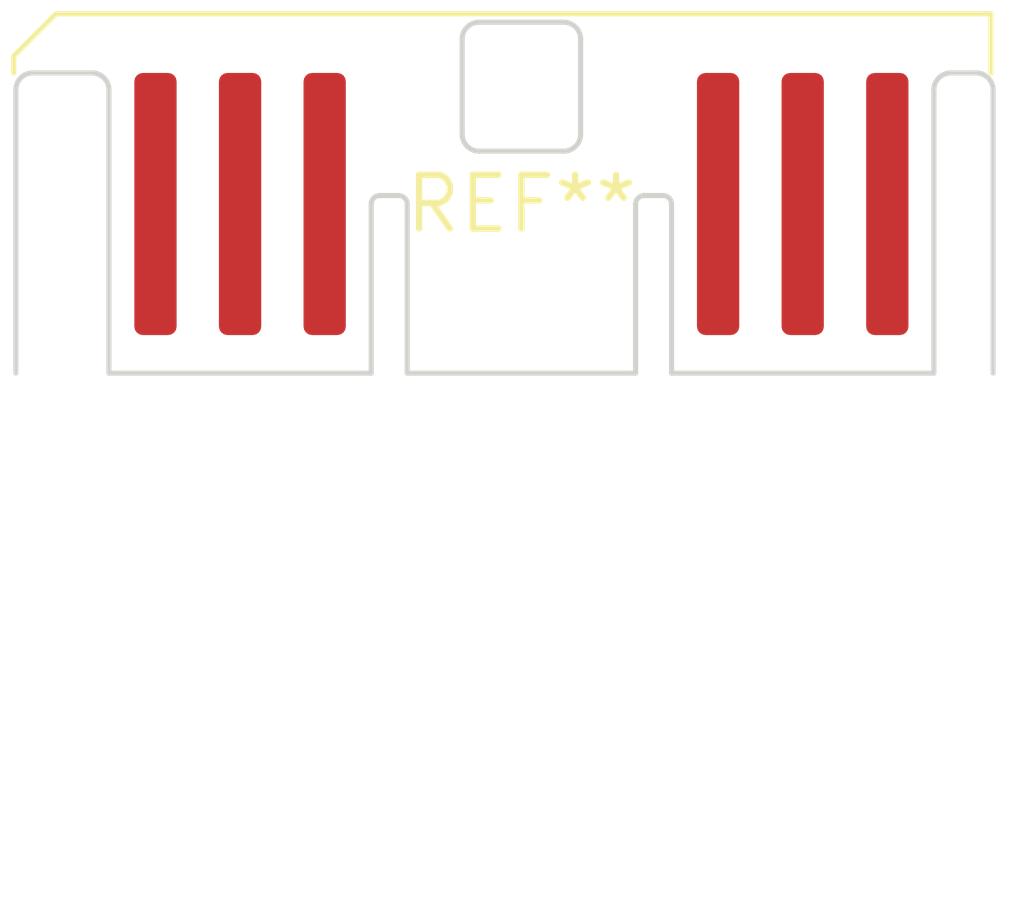
<source format=kicad_pcb>
(kicad_pcb (version 20240108) (generator pcbnew)
  (layers (0 "F.Cu" signal) (31 "B.Cu" signal) (34 "B.Paste" user) (35 "F.Paste" user) (36 "B.SilkS" user "B.Silkscreen") (37 "F.SilkS" user "F.Silkscreen") (38 "B.Mask" user) (39 "F.Mask" user) (44 "Edge.Cuts" user))
  (net 0 "")
  (footprint "molex_EDGELOCK_6-CKT" (layer "F.Cu") (at 0 0)
    (property "Reference" "REF**")
    (property "Value" "molex_EDGELOCK_6-CKT")
    (fp_line (start -12 -3.5) (end -11 -4.5) (layer "F.SilkS") (stroke (width 0.12)))
    (fp_line (start -12 -3.1) (end -12 -3.5) (layer "F.SilkS") (stroke (width 0.12)))
    (fp_line (start -11 -4.5) (end 11.1 -4.5) (layer "F.SilkS") (stroke (width 0.12)))
    (fp_line (start 11.1 -4.5) (end 11.1 -3.1) (layer "F.SilkS") (stroke (width 0.12)))
    (fp_line (start -11.95 4) (end -11.95 -2.7) (layer "Edge.Cuts") (stroke (width 0.12)))
    (fp_line (start -11.55 -3.1) (end -10.15 -3.1) (layer "Edge.Cuts") (stroke (width 0.12)))
    (fp_line (start -9.75 -2.7) (end -9.75 4) (layer "Edge.Cuts") (stroke (width 0.12)))
    (fp_line (start -9.75 4) (end -3.55 4) (layer "Edge.Cuts") (stroke (width 0.12)))
    (fp_line (start -3.55 4) (end -3.55 0) (layer "Edge.Cuts") (stroke (width 0.12)))
    (fp_line (start -3.35 -0.2) (end -2.9 -0.2) (layer "Edge.Cuts") (stroke (width 0.12)))
    (fp_line (start -2.7 0) (end -2.7 4) (layer "Edge.Cuts") (stroke (width 0.12)))
    (fp_line (start -2.7 4) (end 2.7 4) (layer "Edge.Cuts") (stroke (width 0.12)))
    (fp_line (start -1.4 -3.9) (end -1.4 -1.65) (layer "Edge.Cuts") (stroke (width 0.12)))
    (fp_line (start -1 -1.25) (end 1 -1.25) (layer "Edge.Cuts") (stroke (width 0.12)))
    (fp_line (start 1 -4.3) (end -1 -4.3) (layer "Edge.Cuts") (stroke (width 0.12)))
    (fp_line (start 1.4 -1.65) (end 1.4 -3.9) (layer "Edge.Cuts") (stroke (width 0.12)))
    (fp_line (start 2.7 4) (end 2.7 0) (layer "Edge.Cuts") (stroke (width 0.12)))
    (fp_line (start 2.9 -0.2) (end 3.35 -0.2) (layer "Edge.Cuts") (stroke (width 0.12)))
    (fp_line (start 3.55 0) (end 3.55 4) (layer "Edge.Cuts") (stroke (width 0.12)))
    (fp_line (start 3.55 4) (end 9.75 4) (layer "Edge.Cuts") (stroke (width 0.12)))
    (fp_line (start 9.75 4) (end 9.75 -2.7) (layer "Edge.Cuts") (stroke (width 0.12)))
    (fp_line (start 10.15 -3.1) (end 10.75 -3.1) (layer "Edge.Cuts") (stroke (width 0.12)))
    (fp_line (start 11.15 -2.7) (end 11.15 4) (layer "Edge.Cuts") (stroke (width 0.12)))
    (fp_arc (start -11.95 -2.7) (mid -11.832843 -2.982843) (end -11.55 -3.1) (layer "Edge.Cuts") (stroke (width 0.12)))
    (fp_arc (start -10.15 -3.1) (mid -9.867157 -2.982843) (end -9.75 -2.7) (layer "Edge.Cuts") (stroke (width 0.12)))
    (fp_arc (start -3.55 0) (mid -3.491421 -0.141421) (end -3.35 -0.2) (layer "Edge.Cuts") (stroke (width 0.12)))
    (fp_arc (start -2.9 -0.2) (mid -2.758579 -0.141421) (end -2.7 0) (layer "Edge.Cuts") (stroke (width 0.12)))
    (fp_arc (start -1.4 -3.9) (mid -1.282843 -4.182843) (end -1 -4.3) (layer "Edge.Cuts") (stroke (width 0.12)))
    (fp_arc (start -1 -1.25) (mid -1.282843 -1.367157) (end -1.4 -1.65) (layer "Edge.Cuts") (stroke (width 0.12)))
    (fp_arc (start 1 -4.3) (mid 1.282843 -4.182843) (end 1.4 -3.9) (layer "Edge.Cuts") (stroke (width 0.12)))
    (fp_arc (start 1.4 -1.65) (mid 1.282843 -1.367157) (end 1 -1.25) (layer "Edge.Cuts") (stroke (width 0.12)))
    (fp_arc (start 2.7 0) (mid 2.758579 -0.141421) (end 2.9 -0.2) (layer "Edge.Cuts") (stroke (width 0.12)))
    (fp_arc (start 3.35 -0.2) (mid 3.491421 -0.141421) (end 3.55 0) (layer "Edge.Cuts") (stroke (width 0.12)))
    (fp_arc (start 9.75 -2.7) (mid 9.867157 -2.982843) (end 10.15 -3.1) (layer "Edge.Cuts") (stroke (width 0.12)))
    (fp_arc (start 10.75 -3.1) (mid 11.032843 -2.982843) (end 11.15 -2.7) (layer "Edge.Cuts") (stroke (width 0.12)))
    (pad "1" connect roundrect (at -8.65 0) (size 1 6.2) (layers "F.Cu" "F.Mask") (roundrect_rratio 0.2))
    (pad "2" connect roundrect (at -6.65 0) (size 1 6.2) (layers "F.Cu" "F.Mask") (roundrect_rratio 0.2))
    (pad "3" connect roundrect (at -4.65 0) (size 1 6.2) (layers "F.Cu" "F.Mask") (roundrect_rratio 0.2))
    (pad "4" connect roundrect (at 4.65 0) (size 1 6.2) (layers "F.Cu" "F.Mask") (roundrect_rratio 0.2))
    (pad "5" connect roundrect (at 6.65 0) (size 1 6.2) (layers "F.Cu" "F.Mask") (roundrect_rratio 0.2))
    (pad "6" connect roundrect (at 8.65 0) (size 1 6.2) (layers "F.Cu" "F.Mask") (roundrect_rratio 0.2))
  )
)
</source>
